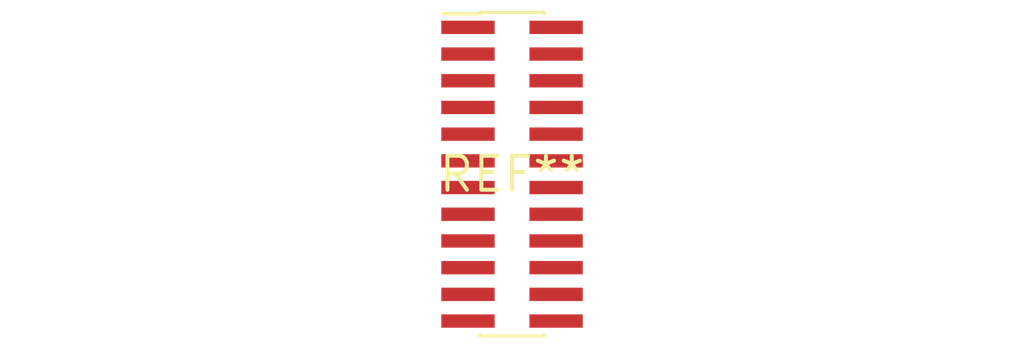
<source format=kicad_pcb>
(kicad_pcb (version 20240108) (generator pcbnew)
  (layers (0 "F.Cu" signal) (31 "B.Cu" signal) (34 "B.Paste" user) (35 "F.Paste" user) (36 "B.SilkS" user "B.Silkscreen") (37 "F.SilkS" user "F.Silkscreen") (38 "B.Mask" user) (39 "F.Mask" user) (44 "Edge.Cuts" user))
  (net 0 "")
  (footprint "PinHeader_2x12_P1.00mm_Vertical_SMD" (layer "F.Cu") (at 0 0)
    (property "Reference" "REF**")
    (property "Value" "PinHeader_2x12_P1.00mm_Vertical_SMD")
    (fp_line (start -2.59 -6.01) (end -1.21 -6.01) (layer "F.SilkS") (stroke (width 0.12)))
    (fp_line (start -1.21 -6.06) (end -1.21 -6.01) (layer "F.SilkS") (stroke (width 0.12)))
    (fp_line (start -1.21 -6.06) (end 1.21 -6.06) (layer "F.SilkS") (stroke (width 0.12)))
    (fp_line (start -1.21 6.01) (end -1.21 6.06) (layer "F.SilkS") (stroke (width 0.12)))
    (fp_line (start -1.21 6.06) (end 1.21 6.06) (layer "F.SilkS") (stroke (width 0.12)))
    (fp_line (start 1.21 -6.06) (end 1.21 -6.01) (layer "F.SilkS") (stroke (width 0.12)))
    (fp_line (start 1.21 6.01) (end 1.21 6.06) (layer "F.SilkS") (stroke (width 0.12)))
    (pad "1" smd rect (at -1.65 -5.5) (size 2 0.5) (layers "F.Cu" "F.Paste" "F.Mask"))
    (pad "2" smd rect (at 1.65 -5.5) (size 2 0.5) (layers "F.Cu" "F.Paste" "F.Mask"))
    (pad "3" smd rect (at -1.65 -4.5) (size 2 0.5) (layers "F.Cu" "F.Paste" "F.Mask"))
    (pad "4" smd rect (at 1.65 -4.5) (size 2 0.5) (layers "F.Cu" "F.Paste" "F.Mask"))
    (pad "5" smd rect (at -1.65 -3.5) (size 2 0.5) (layers "F.Cu" "F.Paste" "F.Mask"))
    (pad "6" smd rect (at 1.65 -3.5) (size 2 0.5) (layers "F.Cu" "F.Paste" "F.Mask"))
    (pad "7" smd rect (at -1.65 -2.5) (size 2 0.5) (layers "F.Cu" "F.Paste" "F.Mask"))
    (pad "8" smd rect (at 1.65 -2.5) (size 2 0.5) (layers "F.Cu" "F.Paste" "F.Mask"))
    (pad "9" smd rect (at -1.65 -1.5) (size 2 0.5) (layers "F.Cu" "F.Paste" "F.Mask"))
    (pad "10" smd rect (at 1.65 -1.5) (size 2 0.5) (layers "F.Cu" "F.Paste" "F.Mask"))
    (pad "11" smd rect (at -1.65 -0.5) (size 2 0.5) (layers "F.Cu" "F.Paste" "F.Mask"))
    (pad "12" smd rect (at 1.65 -0.5) (size 2 0.5) (layers "F.Cu" "F.Paste" "F.Mask"))
    (pad "13" smd rect (at -1.65 0.5) (size 2 0.5) (layers "F.Cu" "F.Paste" "F.Mask"))
    (pad "14" smd rect (at 1.65 0.5) (size 2 0.5) (layers "F.Cu" "F.Paste" "F.Mask"))
    (pad "15" smd rect (at -1.65 1.5) (size 2 0.5) (layers "F.Cu" "F.Paste" "F.Mask"))
    (pad "16" smd rect (at 1.65 1.5) (size 2 0.5) (layers "F.Cu" "F.Paste" "F.Mask"))
    (pad "17" smd rect (at -1.65 2.5) (size 2 0.5) (layers "F.Cu" "F.Paste" "F.Mask"))
    (pad "18" smd rect (at 1.65 2.5) (size 2 0.5) (layers "F.Cu" "F.Paste" "F.Mask"))
    (pad "19" smd rect (at -1.65 3.5) (size 2 0.5) (layers "F.Cu" "F.Paste" "F.Mask"))
    (pad "20" smd rect (at 1.65 3.5) (size 2 0.5) (layers "F.Cu" "F.Paste" "F.Mask"))
    (pad "21" smd rect (at -1.65 4.5) (size 2 0.5) (layers "F.Cu" "F.Paste" "F.Mask"))
    (pad "22" smd rect (at 1.65 4.5) (size 2 0.5) (layers "F.Cu" "F.Paste" "F.Mask"))
    (pad "23" smd rect (at -1.65 5.5) (size 2 0.5) (layers "F.Cu" "F.Paste" "F.Mask"))
    (pad "24" smd rect (at 1.65 5.5) (size 2 0.5) (layers "F.Cu" "F.Paste" "F.Mask"))
  )
)
</source>
